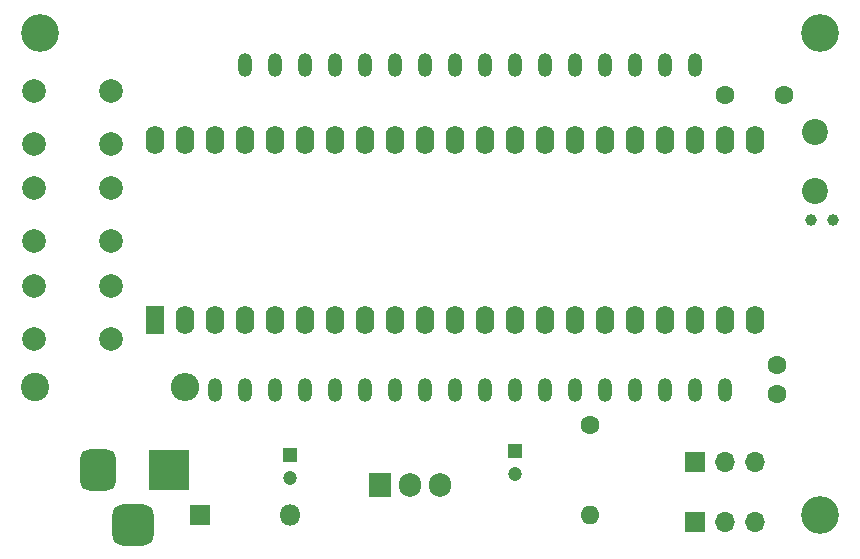
<source format=gbs>
G04 #@! TF.GenerationSoftware,KiCad,Pcbnew,8.0.8-8.0.8-0~ubuntu22.04.1*
G04 #@! TF.CreationDate,2025-01-22T21:02:32+09:00*
G04 #@! TF.ProjectId,vfdclock,76666463-6c6f-4636-9b2e-6b696361645f,1.1*
G04 #@! TF.SameCoordinates,PX6bf4b80PY716cdd8*
G04 #@! TF.FileFunction,Soldermask,Bot*
G04 #@! TF.FilePolarity,Negative*
%FSLAX46Y46*%
G04 Gerber Fmt 4.6, Leading zero omitted, Abs format (unit mm)*
G04 Created by KiCad (PCBNEW 8.0.8-8.0.8-0~ubuntu22.04.1) date 2025-01-22 21:02:32*
%MOMM*%
%LPD*%
G01*
G04 APERTURE LIST*
G04 Aperture macros list*
%AMRoundRect*
0 Rectangle with rounded corners*
0 $1 Rounding radius*
0 $2 $3 $4 $5 $6 $7 $8 $9 X,Y pos of 4 corners*
0 Add a 4 corners polygon primitive as box body*
4,1,4,$2,$3,$4,$5,$6,$7,$8,$9,$2,$3,0*
0 Add four circle primitives for the rounded corners*
1,1,$1+$1,$2,$3*
1,1,$1+$1,$4,$5*
1,1,$1+$1,$6,$7*
1,1,$1+$1,$8,$9*
0 Add four rect primitives between the rounded corners*
20,1,$1+$1,$2,$3,$4,$5,0*
20,1,$1+$1,$4,$5,$6,$7,0*
20,1,$1+$1,$6,$7,$8,$9,0*
20,1,$1+$1,$8,$9,$2,$3,0*%
G04 Aperture macros list end*
%ADD10R,1.800000X1.800000*%
%ADD11O,1.800000X1.800000*%
%ADD12C,2.000000*%
%ADD13C,2.200000*%
%ADD14C,3.200000*%
%ADD15C,1.000000*%
%ADD16R,1.905000X2.000000*%
%ADD17O,1.905000X2.000000*%
%ADD18R,1.200000X1.200000*%
%ADD19C,1.200000*%
%ADD20R,1.600000X2.400000*%
%ADD21O,1.600000X2.400000*%
%ADD22R,1.700000X1.700000*%
%ADD23O,1.700000X1.700000*%
%ADD24C,1.600000*%
%ADD25C,2.400000*%
%ADD26O,2.400000X2.400000*%
%ADD27R,3.500000X3.500000*%
%ADD28RoundRect,0.750000X-0.750000X-1.000000X0.750000X-1.000000X0.750000X1.000000X-0.750000X1.000000X0*%
%ADD29RoundRect,0.875000X-0.875000X-0.875000X0.875000X-0.875000X0.875000X0.875000X-0.875000X0.875000X0*%
%ADD30O,1.200000X2.000000*%
%ADD31O,1.600000X1.600000*%
G04 APERTURE END LIST*
D10*
X16510000Y3175000D03*
D11*
X24130000Y3175000D03*
D12*
X2465000Y39080000D03*
X8965000Y39080000D03*
X2465000Y34580000D03*
X8965000Y34580000D03*
D13*
X68580000Y30560000D03*
X68580000Y35560000D03*
D14*
X69000000Y44000000D03*
D15*
X68265000Y28110000D03*
X70165000Y28110000D03*
D14*
X69000000Y3175000D03*
D16*
X31750000Y5715000D03*
D17*
X34290000Y5715000D03*
X36830000Y5715000D03*
D18*
X24130000Y8255000D03*
D19*
X24130000Y6255000D03*
D14*
X3000000Y44000000D03*
D20*
X12700000Y19665000D03*
D21*
X15240000Y19665000D03*
X17780000Y19665000D03*
X20320000Y19665000D03*
X22860000Y19665000D03*
X25400000Y19665000D03*
X27940000Y19665000D03*
X30480000Y19665000D03*
X33020000Y19665000D03*
X35560000Y19665000D03*
X38100000Y19665000D03*
X40640000Y19665000D03*
X43180000Y19665000D03*
X45720000Y19665000D03*
X48260000Y19665000D03*
X50800000Y19665000D03*
X53340000Y19665000D03*
X55880000Y19665000D03*
X58420000Y19665000D03*
X60960000Y19665000D03*
X63500000Y19665000D03*
X63500000Y34905000D03*
X60960000Y34905000D03*
X58420000Y34905000D03*
X55880000Y34905000D03*
X53340000Y34905000D03*
X50800000Y34905000D03*
X48260000Y34905000D03*
X45720000Y34905000D03*
X43180000Y34905000D03*
X40640000Y34905000D03*
X38100000Y34905000D03*
X35560000Y34905000D03*
X33020000Y34905000D03*
X30480000Y34905000D03*
X27940000Y34905000D03*
X25400000Y34905000D03*
X22860000Y34905000D03*
X20320000Y34905000D03*
X17780000Y34905000D03*
X15240000Y34905000D03*
X12700000Y34905000D03*
D18*
X43180000Y8592599D03*
D19*
X43180000Y6592599D03*
D22*
X58420000Y7620000D03*
D23*
X60960000Y7620000D03*
X63500000Y7620000D03*
D12*
X2465000Y22570000D03*
X8965000Y22570000D03*
X2465000Y18070000D03*
X8965000Y18070000D03*
D24*
X65405000Y15855000D03*
X65405000Y13355000D03*
D25*
X2540000Y13970000D03*
D26*
X15240000Y13970000D03*
D24*
X61000000Y38715000D03*
X66000000Y38715000D03*
D27*
X13885000Y7000000D03*
D28*
X7885000Y7000000D03*
D29*
X10885000Y2300000D03*
D30*
X17780000Y13710000D03*
X20320000Y13710000D03*
X22860000Y13710000D03*
X25400000Y13710000D03*
X27940000Y13710000D03*
X30480000Y13710000D03*
X33020000Y13710000D03*
X35560000Y13710000D03*
X38100000Y13710000D03*
X40640000Y13710000D03*
X43180000Y13710000D03*
X45720000Y13710000D03*
X48260000Y13710000D03*
X50800000Y13710000D03*
X53340000Y13710000D03*
X55880000Y13710000D03*
X58420000Y13710000D03*
X60960000Y13710000D03*
X58420000Y41250000D03*
X55880000Y41250000D03*
X53340000Y41250000D03*
X50800000Y41250000D03*
X48260000Y41250000D03*
X45720000Y41250000D03*
X43180000Y41250000D03*
X40640000Y41250000D03*
X38100000Y41250000D03*
X35560000Y41250000D03*
X33020000Y41250000D03*
X30480000Y41250000D03*
X27940000Y41250000D03*
X25400000Y41250000D03*
X22860000Y41250000D03*
X20320000Y41250000D03*
D24*
X49530000Y10795000D03*
D31*
X49530000Y3175000D03*
D22*
X58420000Y2540000D03*
D23*
X60960000Y2540000D03*
X63500000Y2540000D03*
D12*
X2465000Y30825000D03*
X8965000Y30825000D03*
X2465000Y26325000D03*
X8965000Y26325000D03*
M02*

</source>
